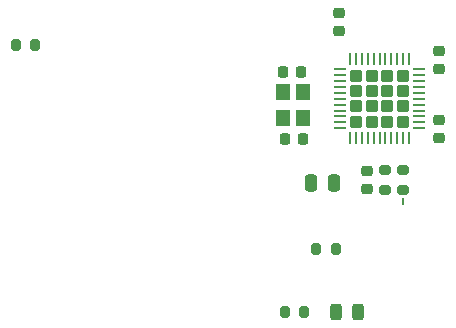
<source format=gbr>
%TF.GenerationSoftware,KiCad,Pcbnew,(6.0.0-rc1-415-g653c7b78d7)*%
%TF.CreationDate,2021-12-23T14:01:08-08:00*%
%TF.ProjectId,xyp-gpib,7879702d-6770-4696-922e-6b696361645f,rev?*%
%TF.SameCoordinates,Original*%
%TF.FileFunction,Paste,Bot*%
%TF.FilePolarity,Positive*%
%FSLAX46Y46*%
G04 Gerber Fmt 4.6, Leading zero omitted, Abs format (unit mm)*
G04 Created by KiCad (PCBNEW (6.0.0-rc1-415-g653c7b78d7)) date 2021-12-23 14:01:08*
%MOMM*%
%LPD*%
G01*
G04 APERTURE LIST*
G04 Aperture macros list*
%AMRoundRect*
0 Rectangle with rounded corners*
0 $1 Rounding radius*
0 $2 $3 $4 $5 $6 $7 $8 $9 X,Y pos of 4 corners*
0 Add a 4 corners polygon primitive as box body*
4,1,4,$2,$3,$4,$5,$6,$7,$8,$9,$2,$3,0*
0 Add four circle primitives for the rounded corners*
1,1,$1+$1,$2,$3*
1,1,$1+$1,$4,$5*
1,1,$1+$1,$6,$7*
1,1,$1+$1,$8,$9*
0 Add four rect primitives between the rounded corners*
20,1,$1+$1,$2,$3,$4,$5,0*
20,1,$1+$1,$4,$5,$6,$7,0*
20,1,$1+$1,$6,$7,$8,$9,0*
20,1,$1+$1,$8,$9,$2,$3,0*%
G04 Aperture macros list end*
%ADD10C,0.150000*%
%ADD11RoundRect,0.250000X-0.250000X-0.475000X0.250000X-0.475000X0.250000X0.475000X-0.250000X0.475000X0*%
%ADD12RoundRect,0.225000X0.250000X-0.225000X0.250000X0.225000X-0.250000X0.225000X-0.250000X-0.225000X0*%
%ADD13RoundRect,0.225000X-0.250000X0.225000X-0.250000X-0.225000X0.250000X-0.225000X0.250000X0.225000X0*%
%ADD14RoundRect,0.243750X-0.243750X-0.456250X0.243750X-0.456250X0.243750X0.456250X-0.243750X0.456250X0*%
%ADD15RoundRect,0.200000X-0.200000X-0.275000X0.200000X-0.275000X0.200000X0.275000X-0.200000X0.275000X0*%
%ADD16RoundRect,0.200000X-0.275000X0.200000X-0.275000X-0.200000X0.275000X-0.200000X0.275000X0.200000X0*%
%ADD17RoundRect,0.200000X0.200000X0.275000X-0.200000X0.275000X-0.200000X-0.275000X0.200000X-0.275000X0*%
%ADD18RoundRect,0.249999X0.275001X-0.275001X0.275001X0.275001X-0.275001X0.275001X-0.275001X-0.275001X0*%
%ADD19RoundRect,0.062500X0.062500X-0.475000X0.062500X0.475000X-0.062500X0.475000X-0.062500X-0.475000X0*%
%ADD20RoundRect,0.062500X0.475000X-0.062500X0.475000X0.062500X-0.475000X0.062500X-0.475000X-0.062500X0*%
%ADD21RoundRect,0.225000X-0.225000X-0.250000X0.225000X-0.250000X0.225000X0.250000X-0.225000X0.250000X0*%
%ADD22RoundRect,0.225000X0.225000X0.250000X-0.225000X0.250000X-0.225000X-0.250000X0.225000X-0.250000X0*%
%ADD23R,1.200000X1.400000*%
G04 APERTURE END LIST*
D10*
X225044000Y-121920000D02*
X225044000Y-122428000D01*
D11*
%TO.C,C1*%
X217236000Y-120650000D03*
X219136000Y-120650000D03*
%TD*%
D12*
%TO.C,C2*%
X219583000Y-107823000D03*
X219583000Y-106273000D03*
%TD*%
D13*
%TO.C,C7*%
X221996000Y-119621000D03*
X221996000Y-121171000D03*
%TD*%
D14*
%TO.C,D1*%
X219359000Y-131572000D03*
X221234000Y-131572000D03*
%TD*%
D15*
%TO.C,R1*%
X217679000Y-126238000D03*
X219329000Y-126238000D03*
%TD*%
D16*
%TO.C,R2*%
X225044000Y-119571000D03*
X225044000Y-121221000D03*
%TD*%
%TO.C,R3*%
X223520000Y-119571000D03*
X223520000Y-121221000D03*
%TD*%
D17*
%TO.C,R4*%
X216662000Y-131572000D03*
X215012000Y-131572000D03*
%TD*%
%TO.C,R5*%
X193865000Y-108966000D03*
X192215000Y-108966000D03*
%TD*%
D18*
%TO.C,U1*%
X222377000Y-112873000D03*
X221077000Y-111573000D03*
X223677000Y-115473000D03*
X223677000Y-114173000D03*
X222377000Y-111573000D03*
X222377000Y-114173000D03*
X222377000Y-115473000D03*
X224977000Y-115473000D03*
X223677000Y-112873000D03*
X221077000Y-115473000D03*
X221077000Y-112873000D03*
X224977000Y-111573000D03*
X224977000Y-114173000D03*
X223677000Y-111573000D03*
X221077000Y-114173000D03*
X224977000Y-112873000D03*
D19*
X225527000Y-116860500D03*
X225027000Y-116860500D03*
X224527000Y-116860500D03*
X224027000Y-116860500D03*
X223527000Y-116860500D03*
X223027000Y-116860500D03*
X222527000Y-116860500D03*
X222027000Y-116860500D03*
X221527000Y-116860500D03*
X221027000Y-116860500D03*
X220527000Y-116860500D03*
D20*
X219689500Y-116023000D03*
X219689500Y-115523000D03*
X219689500Y-115023000D03*
X219689500Y-114523000D03*
X219689500Y-114023000D03*
X219689500Y-113523000D03*
X219689500Y-113023000D03*
X219689500Y-112523000D03*
X219689500Y-112023000D03*
X219689500Y-111523000D03*
X219689500Y-111023000D03*
D19*
X220527000Y-110185500D03*
X221027000Y-110185500D03*
X221527000Y-110185500D03*
X222027000Y-110185500D03*
X222527000Y-110185500D03*
X223027000Y-110185500D03*
X223527000Y-110185500D03*
X224027000Y-110185500D03*
X224527000Y-110185500D03*
X225027000Y-110185500D03*
X225527000Y-110185500D03*
D20*
X226364500Y-111023000D03*
X226364500Y-111523000D03*
X226364500Y-112023000D03*
X226364500Y-112523000D03*
X226364500Y-113023000D03*
X226364500Y-113523000D03*
X226364500Y-114023000D03*
X226364500Y-114523000D03*
X226364500Y-115023000D03*
X226364500Y-115523000D03*
X226364500Y-116023000D03*
%TD*%
D21*
%TO.C,C5*%
X214998000Y-116967000D03*
X216548000Y-116967000D03*
%TD*%
D22*
%TO.C,C6*%
X216421000Y-111252000D03*
X214871000Y-111252000D03*
%TD*%
D23*
%TO.C,Y1*%
X216539000Y-112985000D03*
X216539000Y-115185000D03*
X214839000Y-115185000D03*
X214839000Y-112985000D03*
%TD*%
D12*
%TO.C,C3*%
X228092000Y-116853000D03*
X228092000Y-115303000D03*
%TD*%
D13*
%TO.C,C4*%
X228092000Y-109461000D03*
X228092000Y-111011000D03*
%TD*%
M02*

</source>
